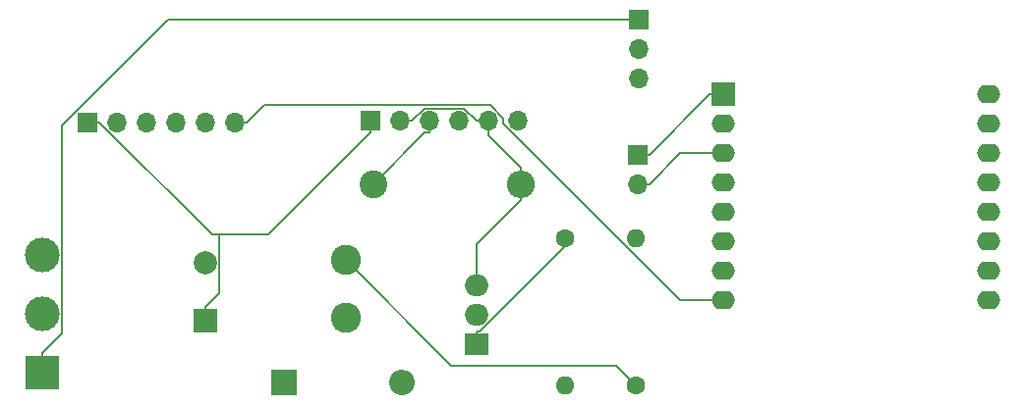
<source format=gbr>
G04 #@! TF.GenerationSoftware,KiCad,Pcbnew,5.1.5+dfsg1-2build2*
G04 #@! TF.CreationDate,2020-08-31T20:47:26+02:00*
G04 #@! TF.ProjectId,fubar,66756261-722e-46b6-9963-61645f706362,rev?*
G04 #@! TF.SameCoordinates,Original*
G04 #@! TF.FileFunction,Copper,L2,Bot*
G04 #@! TF.FilePolarity,Positive*
%FSLAX46Y46*%
G04 Gerber Fmt 4.6, Leading zero omitted, Abs format (unit mm)*
G04 Created by KiCad (PCBNEW 5.1.5+dfsg1-2build2) date 2020-08-31 20:47:26*
%MOMM*%
%LPD*%
G04 APERTURE LIST*
%ADD10R,1.700000X1.700000*%
%ADD11O,1.700000X1.700000*%
%ADD12R,3.000000X3.000000*%
%ADD13C,3.000000*%
%ADD14O,2.000000X1.600000*%
%ADD15R,2.000000X2.000000*%
%ADD16C,2.000000*%
%ADD17R,2.200000X2.200000*%
%ADD18O,2.200000X2.200000*%
%ADD19C,2.600000*%
%ADD20R,2.000000X1.905000*%
%ADD21O,2.000000X1.905000*%
%ADD22C,2.400000*%
%ADD23O,2.400000X2.400000*%
%ADD24O,1.600000X1.600000*%
%ADD25C,1.600000*%
%ADD26C,0.127000*%
G04 APERTURE END LIST*
D10*
X176784000Y-75057000D03*
D11*
X176784000Y-77597000D03*
D12*
X125476000Y-93853000D03*
D13*
X125476000Y-88773000D03*
X125476000Y-83693000D03*
D14*
X184150000Y-72390000D03*
D15*
X184150000Y-69850000D03*
D14*
X184150000Y-74930000D03*
X184150000Y-77470000D03*
X184150000Y-80010000D03*
X184150000Y-82550000D03*
X184150000Y-85090000D03*
X184150000Y-87630000D03*
X207010000Y-87630000D03*
X207010000Y-85090000D03*
X207010000Y-82550000D03*
X207010000Y-80010000D03*
X207010000Y-77470000D03*
X207010000Y-74930000D03*
X207010000Y-72390000D03*
X207010000Y-69850000D03*
D15*
X139573000Y-89408000D03*
D16*
X139573000Y-84408000D03*
D17*
X146304000Y-94742000D03*
D18*
X156464000Y-94742000D03*
D11*
X142113000Y-72263000D03*
X139573000Y-72263000D03*
X137033000Y-72263000D03*
X134493000Y-72263000D03*
X131953000Y-72263000D03*
D10*
X129413000Y-72263000D03*
X176911000Y-63373000D03*
D11*
X176911000Y-65913000D03*
X176911000Y-68453000D03*
D19*
X151638000Y-89154000D03*
X151638000Y-84154000D03*
D10*
X153797000Y-72136000D03*
D11*
X156337000Y-72136000D03*
X158877000Y-72136000D03*
X161417000Y-72136000D03*
X163957000Y-72136000D03*
X166497000Y-72136000D03*
D20*
X162941000Y-91440000D03*
D21*
X162941000Y-88900000D03*
X162941000Y-86360000D03*
D22*
X154051000Y-77597000D03*
D23*
X166751000Y-77597000D03*
D24*
X176657000Y-82296000D03*
D25*
X176657000Y-94996000D03*
X170561000Y-82296000D03*
D24*
X170561000Y-94996000D03*
D26*
X142113000Y-72263000D02*
X143153800Y-72263000D01*
X143153800Y-72263000D02*
X144624100Y-70792700D01*
X144624100Y-70792700D02*
X164087100Y-70792700D01*
X164087100Y-70792700D02*
X165227000Y-71932600D01*
X165227000Y-71932600D02*
X165227000Y-72416900D01*
X165227000Y-72416900D02*
X180440100Y-87630000D01*
X180440100Y-87630000D02*
X184150000Y-87630000D01*
X163957000Y-72136000D02*
X162916200Y-72136000D01*
X162916200Y-72136000D02*
X161854400Y-71074200D01*
X161854400Y-71074200D02*
X158439600Y-71074200D01*
X158439600Y-71074200D02*
X157377800Y-72136000D01*
X166751000Y-76206200D02*
X163957000Y-73412200D01*
X163957000Y-73412200D02*
X163957000Y-72136000D01*
X156337000Y-72136000D02*
X157377800Y-72136000D01*
X166751000Y-77597000D02*
X166751000Y-78987800D01*
X162941000Y-86360000D02*
X162941000Y-82797800D01*
X162941000Y-82797800D02*
X166751000Y-78987800D01*
X166751000Y-77597000D02*
X166751000Y-76206200D01*
X184150000Y-69850000D02*
X182959200Y-69850000D01*
X176784000Y-75057000D02*
X177824800Y-75057000D01*
X182959200Y-69850000D02*
X182959200Y-69922600D01*
X182959200Y-69922600D02*
X177824800Y-75057000D01*
X176784000Y-77597000D02*
X177824800Y-77597000D01*
X184150000Y-74930000D02*
X180491800Y-74930000D01*
X180491800Y-74930000D02*
X177824800Y-77597000D01*
X139573000Y-89408000D02*
X139573000Y-88217200D01*
X129413000Y-72263000D02*
X130453800Y-72263000D01*
X140764800Y-81950200D02*
X145023600Y-81950200D01*
X145023600Y-81950200D02*
X153797000Y-73176800D01*
X130453800Y-72263000D02*
X140141000Y-81950200D01*
X140141000Y-81950200D02*
X140764800Y-81950200D01*
X140764800Y-81950200D02*
X140764800Y-87025400D01*
X140764800Y-87025400D02*
X139573000Y-88217200D01*
X153797000Y-72136000D02*
X153797000Y-73176800D01*
X176657000Y-94996000D02*
X174955200Y-93294200D01*
X174955200Y-93294200D02*
X160778200Y-93294200D01*
X160778200Y-93294200D02*
X151638000Y-84154000D01*
X125476000Y-93853000D02*
X125476000Y-92162200D01*
X176911000Y-63373000D02*
X136319800Y-63373000D01*
X136319800Y-63373000D02*
X127166800Y-72526000D01*
X127166800Y-72526000D02*
X127166800Y-90471400D01*
X127166800Y-90471400D02*
X125476000Y-92162200D01*
X158877000Y-72136000D02*
X158877000Y-73176800D01*
X154051000Y-77597000D02*
X158471200Y-73176800D01*
X158471200Y-73176800D02*
X158877000Y-73176800D01*
X162941000Y-91440000D02*
X162941000Y-90296700D01*
X170561000Y-82296000D02*
X170561000Y-82962500D01*
X170561000Y-82962500D02*
X163226800Y-90296700D01*
X163226800Y-90296700D02*
X162941000Y-90296700D01*
M02*

</source>
